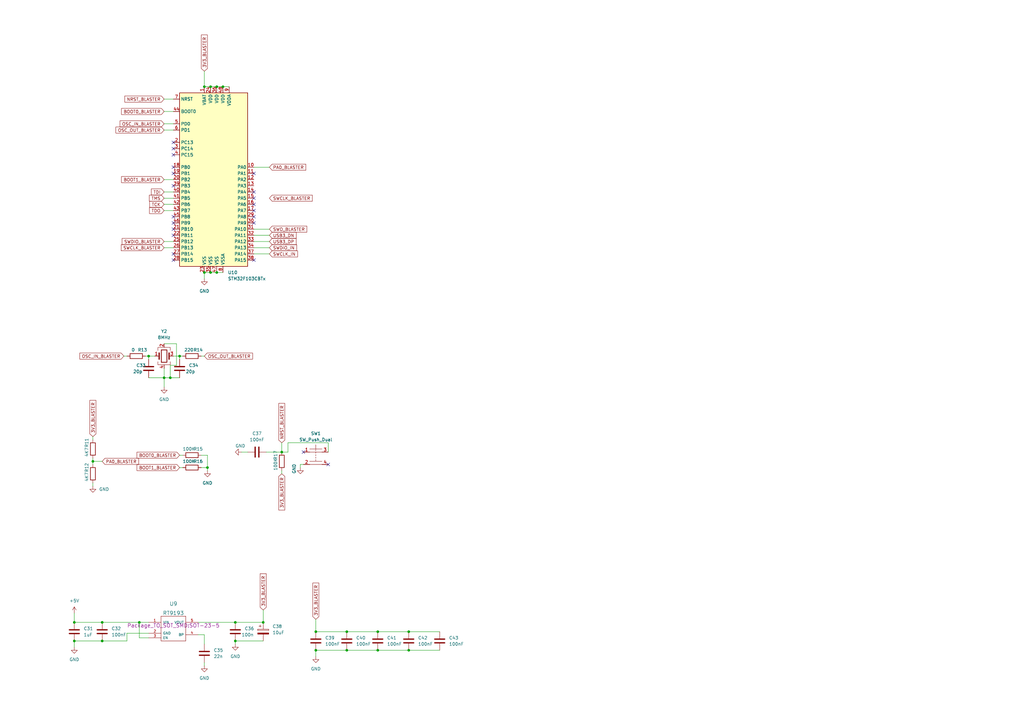
<source format=kicad_sch>
(kicad_sch (version 20211123) (generator eeschema)
  (paper "A3")
  (lib_symbols
    (symbol "Device:C" (pin_numbers hide) (pin_names (offset 0.254))
      (property "Reference" "C" (at 0.635 2.54 0))
      (property "Value" "C" (at 0.635 -2.54 0))
      (symbol "C_0_1"
        (polyline (pts (xy -2.032 -0.762) (xy 2.032 -0.762)) (stroke (width 0.508)))
        (polyline (pts (xy -2.032 0.762) (xy 2.032 0.762)) (stroke (width 0.508)))
      )
      (symbol "C_1_1"
        (pin passive line (at 0 3.81 270) (length 2.794) (name "~") (number "1"))
        (pin passive line (at 0 -3.81 90) (length 2.794) (name "~") (number "2"))
      )
    )
    (symbol "Device:C_Polarized" (pin_numbers hide) (pin_names (offset 0.254))
      (property "Reference" "C" (at 0.635 2.54 0))
      (property "Value" "C_Polarized" (at 0.635 -2.54 0))
      (symbol "C_Polarized_0_1"
        (rectangle (start -2.286 0.508) (end 2.286 1.016))
        (polyline (pts (xy -1.778 2.286) (xy -0.762 2.286)))
        (polyline (pts (xy -1.27 2.794) (xy -1.27 1.778)))
        (rectangle (start 2.286 -0.508) (end -2.286 -1.016) (fill (type outline)))
      )
      (symbol "C_Polarized_1_1"
        (pin passive line (at 0 3.81 270) (length 2.794) (name "~") (number "1"))
        (pin passive line (at 0 -3.81 90) (length 2.794) (name "~") (number "2"))
      )
    )
    (symbol "Device:Crystal_GND24" (pin_names (offset 1.016) hide)
      (property "Reference" "Y" (at 3.175 5.08 0))
      (property "Value" "Crystal_GND24" (at 3.175 3.175 0))
      (symbol "Crystal_GND24_0_1"
        (rectangle (start -1.143 2.54) (end 1.143 -2.54) (stroke (width 0.3048)))
        (polyline (pts (xy -2.54 0) (xy -2.032 0)))
        (polyline (pts (xy -2.032 -1.27) (xy -2.032 1.27)) (stroke (width 0.508)))
        (polyline (pts (xy 0 -3.81) (xy 0 -3.556)))
        (polyline (pts (xy 0 3.556) (xy 0 3.81)))
        (polyline (pts (xy 2.032 -1.27) (xy 2.032 1.27)) (stroke (width 0.508)))
        (polyline (pts (xy 2.032 0) (xy 2.54 0)))
        (polyline (pts (xy -2.54 -2.286) (xy -2.54 -3.556) (xy 2.54 -3.556) (xy 2.54 -2.286)))
        (polyline (pts (xy -2.54 2.286) (xy -2.54 3.556) (xy 2.54 3.556) (xy 2.54 2.286)))
      )
      (symbol "Crystal_GND24_1_1"
        (pin passive line (at -3.81 0 0) (length 1.27) (name "1") (number "1"))
        (pin passive line (at 0 5.08 270) (length 1.27) (name "2") (number "2"))
        (pin passive line (at 3.81 0 180) (length 1.27) (name "3") (number "3"))
        (pin passive line (at 0 -5.08 90) (length 1.27) (name "4") (number "4"))
      )
    )
    (symbol "Device:R" (pin_numbers hide) (pin_names (offset 0))
      (property "Reference" "R" (at 2.032 0 90))
      (property "Value" "R" (at 0 0 90))
      (symbol "R_0_1"
        (rectangle (start -1.016 -2.54) (end 1.016 2.54) (stroke (width 0.254)))
      )
      (symbol "R_1_1"
        (pin passive line (at 0 3.81 270) (length 1.27) (name "~") (number "1"))
        (pin passive line (at 0 -3.81 90) (length 1.27) (name "~") (number "2"))
      )
    )
    (symbol "MCU_ST_STM32F1:STM32F103CBTx"
      (property "Reference" "U" (at -15.24 36.83 0))
      (property "Value" "STM32F103CBTx" (at 7.62 36.83 0))
      (symbol "STM32F103CBTx_0_1"
        (rectangle (start -15.24 -35.56) (end 12.7 35.56) (stroke (width 0.254)) (fill (type background)))
      )
      (symbol "STM32F103CBTx_1_1"
        (pin power_in line (at -5.08 38.1 270) (length 2.54) (name "VBAT") (number "1"))
        (pin bidirectional line (at 15.24 5.08 180) (length 2.54) (name "PA0") (number "10"))
        (pin bidirectional line (at 15.24 2.54 180) (length 2.54) (name "PA1") (number "11"))
        (pin bidirectional line (at 15.24 0 180) (length 2.54) (name "PA2") (number "12"))
        (pin bidirectional line (at 15.24 -2.54 180) (length 2.54) (name "PA3") (number "13"))
        (pin bidirectional line (at 15.24 -5.08 180) (length 2.54) (name "PA4") (number "14"))
        (pin bidirectional line (at 15.24 -7.62 180) (length 2.54) (name "PA5") (number "15"))
        (pin bidirectional line (at 15.24 -10.16 180) (length 2.54) (name "PA6") (number "16"))
        (pin bidirectional line (at 15.24 -12.7 180) (length 2.54) (name "PA7") (number "17"))
        (pin bidirectional line (at -17.78 5.08 0) (length 2.54) (name "PB0") (number "18"))
        (pin bidirectional line (at -17.78 2.54 0) (length 2.54) (name "PB1") (number "19"))
        (pin bidirectional line (at -17.78 15.24 0) (length 2.54) (name "PC13") (number "2"))
        (pin bidirectional line (at -17.78 0 0) (length 2.54) (name "PB2") (number "20"))
        (pin bidirectional line (at -17.78 -20.32 0) (length 2.54) (name "PB10") (number "21"))
        (pin bidirectional line (at -17.78 -22.86 0) (length 2.54) (name "PB11") (number "22"))
        (pin power_in line (at -5.08 -38.1 90) (length 2.54) (name "VSS") (number "23"))
        (pin power_in line (at -2.54 38.1 270) (length 2.54) (name "VDD") (number "24"))
        (pin bidirectional line (at -17.78 -25.4 0) (length 2.54) (name "PB12") (number "25"))
        (pin bidirectional line (at -17.78 -27.94 0) (length 2.54) (name "PB13") (number "26"))
        (pin bidirectional line (at -17.78 -30.48 0) (length 2.54) (name "PB14") (number "27"))
        (pin bidirectional line (at -17.78 -33.02 0) (length 2.54) (name "PB15") (number "28"))
        (pin bidirectional line (at 15.24 -15.24 180) (length 2.54) (name "PA8") (number "29"))
        (pin bidirectional line (at -17.78 12.7 0) (length 2.54) (name "PC14") (number "3"))
        (pin bidirectional line (at 15.24 -17.78 180) (length 2.54) (name "PA9") (number "30"))
        (pin bidirectional line (at 15.24 -20.32 180) (length 2.54) (name "PA10") (number "31"))
        (pin bidirectional line (at 15.24 -22.86 180) (length 2.54) (name "PA11") (number "32"))
        (pin bidirectional line (at 15.24 -25.4 180) (length 2.54) (name "PA12") (number "33"))
        (pin bidirectional line (at 15.24 -27.94 180) (length 2.54) (name "PA13") (number "34"))
        (pin power_in line (at -2.54 -38.1 90) (length 2.54) (name "VSS") (number "35"))
        (pin power_in line (at 0 38.1 270) (length 2.54) (name "VDD") (number "36"))
        (pin bidirectional line (at 15.24 -30.48 180) (length 2.54) (name "PA14") (number "37"))
        (pin bidirectional line (at 15.24 -33.02 180) (length 2.54) (name "PA15") (number "38"))
        (pin bidirectional line (at -17.78 -2.54 0) (length 2.54) (name "PB3") (number "39"))
        (pin bidirectional line (at -17.78 10.16 0) (length 2.54) (name "PC15") (number "4"))
        (pin bidirectional line (at -17.78 -5.08 0) (length 2.54) (name "PB4") (number "40"))
        (pin bidirectional line (at -17.78 -7.62 0) (length 2.54) (name "PB5") (number "41"))
        (pin bidirectional line (at -17.78 -10.16 0) (length 2.54) (name "PB6") (number "42"))
        (pin bidirectional line (at -17.78 -12.7 0) (length 2.54) (name "PB7") (number "43"))
        (pin input line (at -17.78 27.94 0) (length 2.54) (name "BOOT0") (number "44"))
        (pin bidirectional line (at -17.78 -15.24 0) (length 2.54) (name "PB8") (number "45"))
        (pin bidirectional line (at -17.78 -17.78 0) (length 2.54) (name "PB9") (number "46"))
        (pin power_in line (at 0 -38.1 90) (length 2.54) (name "VSS") (number "47"))
        (pin power_in line (at 2.54 38.1 270) (length 2.54) (name "VDD") (number "48"))
        (pin input line (at -17.78 22.86 0) (length 2.54) (name "PD0") (number "5"))
        (pin input line (at -17.78 20.32 0) (length 2.54) (name "PD1") (number "6"))
        (pin input line (at -17.78 33.02 0) (length 2.54) (name "NRST") (number "7"))
        (pin power_in line (at 2.54 -38.1 90) (length 2.54) (name "VSSA") (number "8"))
        (pin power_in line (at 5.08 38.1 270) (length 2.54) (name "VDDA") (number "9"))
      )
    )
    (symbol "Switch:SW_Push_Dual_4" (pin_names (offset 1.016) hide)
      (property "Reference" "SW6" (at -3.81 16.51 90))
      (property "Value" "SW_Push_Dual_4" (at 1.27 21.59 90))
      (symbol "SW_Push_Dual_4_0_1"
        (polyline (pts (xy -2.54 -5.08) (xy 2.54 -5.08)))
        (polyline (pts (xy -2.54 0) (xy 2.54 0)))
        (polyline (pts (xy 0 -3.048) (xy 0 -3.556)))
        (polyline (pts (xy 0 -2.032) (xy 0 -2.54)))
        (polyline (pts (xy 0 -1.524) (xy 0 -1.016)))
        (polyline (pts (xy 0 -0.508) (xy 0 0)))
        (polyline (pts (xy 0 0.508) (xy 0 1.016)))
        (polyline (pts (xy 0 1.27) (xy 0 3.048)))
        (polyline (pts (xy 2.54 -3.81) (xy -2.54 -3.81)))
        (polyline (pts (xy 2.54 1.27) (xy -2.54 1.27)))
        (pin passive line (at -5.08 0 0) (length 2.54) (name "1") (number "1"))
        (pin passive line (at -5.08 -5.08 0) (length 2.54) (name "2") (number "2"))
        (pin passive line (at 5.08 0 180) (length 2.54) (name "3") (number "3"))
        (pin passive line (at 5.08 -5.08 180) (length 2.54) (name "4") (number "4"))
      )
    )
    (symbol "TX0RX0:RT9193" (pin_names (offset 0.762))
      (property "Reference" "U" (at -2.54 7.62 0))
      (property "Value" "RT9193" (at 0 5.08 0))
      (property "Datasheet" "www.richtek.com/download_ds.jsp?s=248" (at 0 0 0))
      (symbol "RT9193_0_1"
        (rectangle (start -5.08 3.81) (end 5.08 -6.35))
      )
      (symbol "RT9193_1_1"
        (pin input line (at -10.16 1.27 0) (length 5.08) (name "VIN") (number "1"))
        (pin input line (at -10.16 -3.175 0) (length 5.08) (name "GND") (number "2"))
        (pin input line (at -10.16 -5.08 0) (length 5.08) (name "EN") (number "3"))
        (pin power_out line (at 10.16 -3.81 180) (length 5.08) (name "BP") (number "4"))
        (pin power_out line (at 10.16 1.27 180) (length 5.08) (name "VOUT") (number "5"))
      )
    )
    (symbol "power:+5V" (power) (pin_names (offset 0))
      (property "Value" "+5V" (at 0 3.556 0))
      (symbol "+5V_0_1"
        (polyline (pts (xy -0.762 1.27) (xy 0 2.54)))
        (polyline (pts (xy 0 0) (xy 0 2.54)))
        (polyline (pts (xy 0 2.54) (xy 0.762 1.27)))
      )
      (symbol "+5V_1_1"
        (pin power_in line (at 0 0 90) (length 0) hide (name "+5V") (number "1"))
      )
    )
    (symbol "power:GND" (power) (pin_names (offset 0))
      (property "Value" "GND" (at 0 -3.81 0))
      (symbol "GND_0_1"
        (polyline (pts (xy 0 0) (xy 0 -1.27) (xy 1.27 -1.27) (xy 0 -2.54) (xy -1.27 -1.27) (xy 0 -1.27)))
      )
      (symbol "GND_1_1"
        (pin power_in line (at 0 0 270) (length 0) hide (name "GND") (number "1"))
      )
    )
  )
  (junction (at 154.94 259.08))
  (junction (at 30.48 262.89))
  (junction (at 86.36 35.56))
  (junction (at 142.24 259.08))
  (junction (at 38.1 189.23))
  (junction (at 85.09 191.77))
  (junction (at 129.54 266.7))
  (junction (at 88.9 111.76))
  (junction (at 96.52 255.27))
  (junction (at 88.9 35.56))
  (junction (at 83.82 111.76))
  (junction (at 86.36 111.76))
  (junction (at 83.82 35.56))
  (junction (at 142.24 266.7))
  (junction (at 41.91 262.89))
  (junction (at 57.15 255.27))
  (junction (at 69.85 154.94))
  (junction (at 41.91 255.27))
  (junction (at 60.96 146.05))
  (junction (at 30.48 255.27))
  (junction (at 154.94 266.7))
  (junction (at 107.95 255.27))
  (junction (at 167.64 259.08))
  (junction (at 67.31 154.94))
  (junction (at 129.54 259.08))
  (junction (at 115.57 185.42))
  (junction (at 96.52 262.89))
  (junction (at 91.44 35.56))
  (junction (at 167.64 266.7))
  (junction (at 73.66 146.05))
  (no_connect (at 71.12 91.44))
  (no_connect (at 71.12 104.14))
  (no_connect (at 71.12 93.98))
  (no_connect (at 104.14 91.44))
  (no_connect (at 71.12 68.58))
  (no_connect (at 71.12 58.42))
  (no_connect (at 71.12 60.96))
  (no_connect (at 104.14 106.68))
  (no_connect (at 71.12 96.52))
  (no_connect (at 104.14 88.9))
  (no_connect (at 104.14 78.74))
  (no_connect (at 71.12 76.2))
  (no_connect (at 104.14 83.82))
  (no_connect (at 71.12 88.9))
  (no_connect (at 71.12 63.5))
  (no_connect (at 71.12 106.68))
  (no_connect (at 134.62 190.5))
  (no_connect (at 104.14 81.28))
  (no_connect (at 124.46 185.42))
  (no_connect (at 71.12 71.12))
  (no_connect (at 104.14 86.36))
  (no_connect (at 104.14 71.12))
  (wire (pts (xy 67.31 40.64) (xy 71.12 40.64)))
  (wire (pts (xy 59.69 146.05) (xy 60.96 146.05)))
  (wire (pts (xy 30.48 251.46) (xy 30.48 255.27)))
  (wire (pts (xy 60.96 146.05) (xy 63.5 146.05)))
  (wire (pts (xy 104.14 104.14) (xy 110.49 104.14)))
  (wire (pts (xy 60.96 146.05) (xy 60.96 147.32)))
  (wire (pts (xy 67.31 154.94) (xy 67.31 158.75)))
  (wire (pts (xy 83.82 35.56) (xy 86.36 35.56)))
  (wire (pts (xy 129.54 266.7) (xy 142.24 266.7)))
  (wire (pts (xy 67.31 45.72) (xy 71.12 45.72)))
  (wire (pts (xy 109.22 185.42) (xy 115.57 185.42)))
  (wire (pts (xy 104.14 101.6) (xy 110.49 101.6)))
  (wire (pts (xy 96.52 255.27) (xy 107.95 255.27)))
  (wire (pts (xy 30.48 262.89) (xy 30.48 265.43)))
  (wire (pts (xy 154.94 266.7) (xy 167.64 266.7)))
  (wire (pts (xy 134.62 181.61) (xy 118.11 181.61)))
  (wire (pts (xy 30.48 262.89) (xy 41.91 262.89)))
  (wire (pts (xy 91.44 35.56) (xy 93.98 35.56)))
  (wire (pts (xy 72.39 140.97) (xy 72.39 149.86)))
  (wire (pts (xy 83.82 29.21) (xy 83.82 35.56)))
  (wire (pts (xy 104.14 99.06) (xy 110.49 99.06)))
  (wire (pts (xy 81.28 260.35) (xy 83.82 260.35)))
  (wire (pts (xy 104.14 68.58) (xy 110.49 68.58)))
  (wire (pts (xy 167.64 266.7) (xy 180.34 266.7)))
  (wire (pts (xy 57.15 255.27) (xy 57.15 261.62)))
  (wire (pts (xy 115.57 181.61) (xy 115.57 185.42)))
  (wire (pts (xy 83.82 111.76) (xy 83.82 114.3)))
  (wire (pts (xy 123.19 191.77) (xy 123.19 190.5)))
  (wire (pts (xy 67.31 154.94) (xy 69.85 154.94)))
  (wire (pts (xy 67.31 81.28) (xy 71.12 81.28)))
  (wire (pts (xy 118.11 185.42) (xy 115.57 185.42)))
  (wire (pts (xy 123.19 190.5) (xy 124.46 190.5)))
  (wire (pts (xy 88.9 111.76) (xy 91.44 111.76)))
  (wire (pts (xy 82.55 146.05) (xy 83.82 146.05)))
  (wire (pts (xy 57.15 261.62) (xy 60.96 261.62)))
  (wire (pts (xy 129.54 259.08) (xy 142.24 259.08)))
  (wire (pts (xy 38.1 187.96) (xy 38.1 189.23)))
  (wire (pts (xy 69.85 149.86) (xy 69.85 154.94)))
  (wire (pts (xy 82.55 186.69) (xy 85.09 186.69)))
  (wire (pts (xy 73.66 191.77) (xy 74.93 191.77)))
  (wire (pts (xy 60.96 259.715) (xy 52.07 259.715)))
  (wire (pts (xy 82.55 191.77) (xy 85.09 191.77)))
  (wire (pts (xy 30.48 255.27) (xy 41.91 255.27)))
  (wire (pts (xy 86.36 35.56) (xy 88.9 35.56)))
  (wire (pts (xy 115.57 193.04) (xy 115.57 194.31)))
  (wire (pts (xy 67.31 101.6) (xy 71.12 101.6)))
  (wire (pts (xy 73.66 146.05) (xy 74.93 146.05)))
  (wire (pts (xy 118.11 181.61) (xy 118.11 185.42)))
  (wire (pts (xy 52.07 259.715) (xy 52.07 262.89)))
  (wire (pts (xy 67.31 140.97) (xy 72.39 140.97)))
  (wire (pts (xy 83.82 111.76) (xy 86.36 111.76)))
  (wire (pts (xy 96.52 262.89) (xy 96.52 264.16)))
  (wire (pts (xy 104.14 93.98) (xy 110.49 93.98)))
  (wire (pts (xy 86.36 111.76) (xy 88.9 111.76)))
  (wire (pts (xy 134.62 185.42) (xy 134.62 181.61)))
  (wire (pts (xy 167.64 259.08) (xy 180.34 259.08)))
  (wire (pts (xy 41.91 255.27) (xy 57.15 255.27)))
  (wire (pts (xy 67.31 86.36) (xy 71.12 86.36)))
  (wire (pts (xy 107.95 250.19) (xy 107.95 255.27)))
  (wire (pts (xy 85.09 191.77) (xy 85.09 193.04)))
  (wire (pts (xy 154.94 259.08) (xy 167.64 259.08)))
  (wire (pts (xy 81.28 255.27) (xy 96.52 255.27)))
  (wire (pts (xy 96.52 262.89) (xy 107.95 262.89)))
  (wire (pts (xy 38.1 198.12) (xy 38.1 199.39)))
  (wire (pts (xy 104.14 96.52) (xy 110.49 96.52)))
  (wire (pts (xy 52.07 262.89) (xy 41.91 262.89)))
  (wire (pts (xy 67.31 73.66) (xy 71.12 73.66)))
  (wire (pts (xy 142.24 259.08) (xy 154.94 259.08)))
  (wire (pts (xy 67.31 151.13) (xy 67.31 154.94)))
  (wire (pts (xy 38.1 189.23) (xy 41.91 189.23)))
  (wire (pts (xy 38.1 179.07) (xy 38.1 180.34)))
  (wire (pts (xy 50.8 146.05) (xy 52.07 146.05)))
  (wire (pts (xy 57.15 255.27) (xy 60.96 255.27)))
  (wire (pts (xy 71.12 146.05) (xy 73.66 146.05)))
  (wire (pts (xy 99.06 185.42) (xy 101.6 185.42)))
  (wire (pts (xy 67.31 50.8) (xy 71.12 50.8)))
  (wire (pts (xy 69.85 154.94) (xy 73.66 154.94)))
  (wire (pts (xy 129.54 254) (xy 129.54 259.08)))
  (wire (pts (xy 85.09 186.69) (xy 85.09 191.77)))
  (wire (pts (xy 73.66 146.05) (xy 73.66 147.32)))
  (wire (pts (xy 88.9 35.56) (xy 91.44 35.56)))
  (wire (pts (xy 129.54 266.7) (xy 129.54 269.24)))
  (wire (pts (xy 73.66 186.69) (xy 74.93 186.69)))
  (wire (pts (xy 72.39 149.86) (xy 69.85 149.86)))
  (wire (pts (xy 83.82 271.78) (xy 83.82 273.05)))
  (wire (pts (xy 60.96 154.94) (xy 67.31 154.94)))
  (wire (pts (xy 67.31 99.06) (xy 71.12 99.06)))
  (wire (pts (xy 83.82 260.35) (xy 83.82 264.16)))
  (wire (pts (xy 38.1 189.23) (xy 38.1 190.5)))
  (wire (pts (xy 67.31 83.82) (xy 71.12 83.82)))
  (wire (pts (xy 142.24 266.7) (xy 154.94 266.7)))
  (wire (pts (xy 67.31 78.74) (xy 71.12 78.74)))
  (wire (pts (xy 67.31 53.34) (xy 71.12 53.34)))
  (global_label "USB3_DN" (shape input) (at 110.49 96.52 0) (property "Intersheet References" "${INTERSHEET_REFS}" (effects hide)))
  (global_label "3V3_BLASTER" (shape input) (at 83.82 29.21 90) (property "Intersheet References" "${INTERSHEET_REFS}" (effects hide)))
  (global_label "OSC_IN_BLASTER" (shape input) (at 50.8 146.05 180) (property "Intersheet References" "${INTERSHEET_REFS}" (effects hide)))
  (global_label "OSC_IN_BLASTER" (shape input) (at 67.31 50.8 180) (property "Intersheet References" "${INTERSHEET_REFS}" (effects hide)))
  (global_label "BOOT1_BLASTER" (shape input) (at 67.31 73.66 180) (property "Intersheet References" "${INTERSHEET_REFS}" (effects hide)))
  (global_label "SWDIO_IN" (shape input) (at 110.49 101.6 0) (property "Intersheet References" "${INTERSHEET_REFS}" (effects hide)))
  (global_label "BOOT1_BLASTER" (shape input) (at 73.66 191.77 180) (property "Intersheet References" "${INTERSHEET_REFS}" (effects hide)))
  (global_label "SWCLK_BLASTER" (shape input) (at 110.49 81.28 0) (property "Intersheet References" "${INTERSHEET_REFS}" (effects hide)))
  (global_label "BOOT0_BLASTER" (shape input) (at 67.31 45.72 180) (property "Intersheet References" "${INTERSHEET_REFS}" (effects hide)))
  (global_label "BOOT0_BLASTER" (shape input) (at 73.66 186.69 180) (property "Intersheet References" "${INTERSHEET_REFS}" (effects hide)))
  (global_label "TMS" (shape input) (at 67.31 81.28 180) (property "Intersheet References" "${INTERSHEET_REFS}" (effects hide)))
  (global_label "TDO" (shape input) (at 67.31 86.36 180) (property "Intersheet References" "${INTERSHEET_REFS}" (effects hide)))
  (global_label "SWDIO_BLASTER" (shape input) (at 67.31 99.06 180) (property "Intersheet References" "${INTERSHEET_REFS}" (effects hide)))
  (global_label "TDI" (shape input) (at 67.31 78.74 180) (property "Intersheet References" "${INTERSHEET_REFS}" (effects hide)))
  (global_label "PA0_BLASTER" (shape input) (at 41.91 189.23 0) (property "Intersheet References" "${INTERSHEET_REFS}" (effects hide)))
  (global_label "SWCLK_BLASTER" (shape input) (at 67.31 101.6 180) (property "Intersheet References" "${INTERSHEET_REFS}" (effects hide)))
  (global_label "SWCLK_IN" (shape input) (at 110.49 104.14 0) (property "Intersheet References" "${INTERSHEET_REFS}" (effects hide)))
  (global_label "SWO_BLASTER" (shape input) (at 110.49 93.98 0) (property "Intersheet References" "${INTERSHEET_REFS}" (effects hide)))
  (global_label "NRST_BLASTER" (shape input) (at 67.31 40.64 180) (property "Intersheet References" "${INTERSHEET_REFS}" (effects hide)))
  (global_label "TCK" (shape input) (at 67.31 83.82 180) (property "Intersheet References" "${INTERSHEET_REFS}" (effects hide)))
  (global_label "PA0_BLASTER" (shape input) (at 110.49 68.58 0) (property "Intersheet References" "${INTERSHEET_REFS}" (effects hide)))
  (global_label "3V3_BLASTER" (shape input) (at 38.1 179.07 90) (property "Intersheet References" "${INTERSHEET_REFS}" (effects hide)))
  (global_label "OSC_OUT_BLASTER" (shape input) (at 67.31 53.34 180) (property "Intersheet References" "${INTERSHEET_REFS}" (effects hide)))
  (global_label "NRST_BLASTER" (shape input) (at 115.57 181.61 90) (property "Intersheet References" "${INTERSHEET_REFS}" (effects hide)))
  (global_label "3V3_BLASTER" (shape input) (at 129.54 254 90) (property "Intersheet References" "${INTERSHEET_REFS}" (effects hide)))
  (global_label "3V3_BLASTER" (shape input) (at 107.95 250.19 90) (property "Intersheet References" "${INTERSHEET_REFS}" (effects hide)))
  (global_label "3V3_BLASTER" (shape input) (at 115.57 194.31 270) (property "Intersheet References" "${INTERSHEET_REFS}" (effects hide)))
  (global_label "OSC_OUT_BLASTER" (shape input) (at 83.82 146.05 0) (property "Intersheet References" "${INTERSHEET_REFS}" (effects hide)))
  (global_label "USB3_DP" (shape input) (at 110.49 99.06 0) (property "Intersheet References" "${INTERSHEET_REFS}" (effects hide)))
  (symbol (lib_id "Device:C") (at 83.82 267.97 0) (unit 1)
    (property "Reference" "C35" (at 87.63 266.6999 0) (effects (justify left)))
    (property "Value" "22n" (at 87.63 269.2399 0) (effects (justify left)))
    (property "Footprint" "Capacitor_SMD:C_0805_2012Metric_Pad1.18x1.45mm_HandSolder" (effects hide))
  )
  (symbol (lib_id "power:GND") (at 67.31 158.75 0) (unit 1)
    (property "Reference" "#PWR034" (effects hide))
    (property "Value" "GND" (at 67.31 163.83 0))
  )
  (symbol (lib_id "power:GND") (at 83.82 273.05 0) (unit 1)
    (property "Reference" "#PWR036" (effects hide))
    (property "Value" "GND" (at 83.82 278.13 0))
  )
  (symbol (lib_id "Device:C") (at 73.66 151.13 0) (unit 1)
    (property "Reference" "C34" (at 77.47 149.86 0) (effects (justify left)))
    (property "Value" "20p" (at 76.2 152.4 0) (effects (justify left)))
    (property "Footprint" "Capacitor_SMD:C_0603_1608Metric_Pad1.08x0.95mm_HandSolder" (effects hide))
  )
  (symbol (lib_id "Device:C") (at 180.34 262.89 0) (unit 1)
    (property "Reference" "C43" (at 184.15 261.6199 0) (effects (justify left)))
    (property "Value" "100nF" (at 184.15 264.1599 0) (effects (justify left)))
    (property "Footprint" "Capacitor_SMD:C_0603_1608Metric_Pad1.08x0.95mm_HandSolder" (effects hide))
  )
  (symbol (lib_id "Device:R") (at 78.74 146.05 90) (unit 1)
    (property "Reference" "R14" (at 81.28 143.51 90))
    (property "Value" "220" (at 77.47 143.51 90))
    (property "Footprint" "Resistor_SMD:R_0603_1608Metric_Pad0.98x0.95mm_HandSolder" (effects hide))
  )
  (symbol (lib_id "Device:C") (at 30.48 259.08 0) (unit 1)
    (property "Reference" "C31" (at 34.29 257.8099 0) (effects (justify left)))
    (property "Value" "1uF" (at 34.29 260.3499 0) (effects (justify left)))
    (property "Footprint" "Capacitor_SMD:C_0805_2012Metric_Pad1.18x1.45mm_HandSolder" (effects hide))
  )
  (symbol (lib_id "Device:R") (at 55.88 146.05 90) (unit 1)
    (property "Reference" "R13" (at 58.42 143.51 90))
    (property "Value" "0" (at 54.61 143.51 90))
    (property "Footprint" "Resistor_SMD:R_0603_1608Metric_Pad0.98x0.95mm_HandSolder" (effects hide))
  )
  (symbol (lib_id "power:GND") (at 30.48 265.43 0) (unit 1)
    (property "Reference" "#PWR032" (effects hide))
    (property "Value" "GND" (at 30.48 270.51 0))
  )
  (symbol (lib_id "power:GND") (at 38.1 199.39 0) (unit 1)
    (property "Reference" "#PWR033" (effects hide))
    (property "Value" "GND" (at 40.64 200.6599 0) (effects (justify left)))
  )
  (symbol (lib_id "MCU_ST_STM32F1:STM32F103CBTx") (at 88.9 73.66 0) (unit 1)
    (property "Reference" "U10" (at 93.4594 111.76 0) (effects (justify left)))
    (property "Value" "STM32F103CBTx" (at 93.4594 114.3 0) (effects (justify left)))
    (property "Footprint" "Package_QFP:LQFP-48_7x7mm_P0.5mm" (effects hide))
    (property "Datasheet" "http://www.st.com/st-web-ui/static/active/en/resource/technical/document/datasheet/CD00161566.pdf" (effects hide))
  )
  (symbol (lib_id "Device:Crystal_GND24") (at 67.31 146.05 0) (unit 1)
    (property "Reference" "Y2" (at 67.31 135.89 0))
    (property "Value" "8MHz" (at 67.31 138.43 0))
    (property "Footprint" "Crystal:Crystal_SMD_3225-4Pin_3.2x2.5mm" (effects hide))
  )
  (symbol (lib_id "power:+5V") (at 30.48 251.46 0) (unit 1)
    (property "Reference" "#PWR031" (effects hide))
    (property "Value" "+5V" (at 30.48 246.38 0))
  )
  (symbol (lib_id "Device:C") (at 105.41 185.42 90) (unit 1)
    (property "Reference" "C37" (at 105.41 177.8 90))
    (property "Value" "100nF" (at 105.41 180.34 90))
    (property "Footprint" "Capacitor_SMD:C_0603_1608Metric_Pad1.08x0.95mm_HandSolder" (effects hide))
  )
  (symbol (lib_id "power:GND") (at 85.09 193.04 0) (unit 1)
    (property "Reference" "#PWR037" (effects hide))
    (property "Value" "GND" (at 85.09 198.12 0))
  )
  (symbol (lib_id "Switch:SW_Push_Dual_4") (at 129.54 185.42 0) (unit 1)
    (property "Reference" "SW1" (at 129.54 177.8 0))
    (property "Value" "SW_Push_Dual" (at 129.54 180.34 0))
    (property "Footprint" "Button_Switch_SMD:SW_Push_1P2T_NO_6x6mm_H9.5mm" (effects hide))
  )
  (symbol (lib_id "Device:C") (at 60.96 151.13 0) (unit 1)
    (property "Reference" "C33" (at 55.88 149.86 0) (effects (justify left)))
    (property "Value" "20p" (at 54.61 152.4 0) (effects (justify left)))
    (property "Footprint" "Capacitor_SMD:C_0603_1608Metric_Pad1.08x0.95mm_HandSolder" (effects hide))
  )
  (symbol (lib_id "power:GND") (at 129.54 269.24 0) (unit 1)
    (property "Reference" "#PWR041" (effects hide))
    (property "Value" "GND" (at 129.54 274.32 0))
  )
  (symbol (lib_id "Device:C") (at 96.52 259.08 0) (unit 1)
    (property "Reference" "C36" (at 100.33 257.8099 0) (effects (justify left)))
    (property "Value" "100n" (at 99.06 260.35 0) (effects (justify left)))
    (property "Footprint" "Capacitor_SMD:C_0805_2012Metric_Pad1.18x1.45mm_HandSolder" (effects hide))
  )
  (symbol (lib_id "Device:R") (at 78.74 186.69 90) (unit 1)
    (property "Reference" "R15" (at 81.28 184.15 90))
    (property "Value" "100K" (at 77.47 184.15 90))
    (property "Footprint" "Resistor_SMD:R_0603_1608Metric_Pad0.98x0.95mm_HandSolder" (effects hide))
  )
  (symbol (lib_id "Device:R") (at 38.1 184.15 180) (unit 1)
    (property "Reference" "R11" (at 35.56 181.61 90))
    (property "Value" "4K7" (at 35.56 185.42 90))
    (property "Footprint" "Resistor_SMD:R_0603_1608Metric_Pad0.98x0.95mm_HandSolder" (effects hide))
  )
  (symbol (lib_id "Device:R") (at 38.1 194.31 180) (unit 1)
    (property "Reference" "R12" (at 35.56 191.77 90))
    (property "Value" "4K7" (at 35.56 195.58 90))
    (property "Footprint" "Resistor_SMD:R_0603_1608Metric_Pad0.98x0.95mm_HandSolder" (effects hide))
  )
  (symbol (lib_id "Device:C") (at 167.64 262.89 0) (unit 1)
    (property "Reference" "C42" (at 171.45 261.6199 0) (effects (justify left)))
    (property "Value" "100nF" (at 171.45 264.1599 0) (effects (justify left)))
    (property "Footprint" "Capacitor_SMD:C_0603_1608Metric_Pad1.08x0.95mm_HandSolder" (effects hide))
  )
  (symbol (lib_id "Device:C") (at 129.54 262.89 0) (unit 1)
    (property "Reference" "C39" (at 133.35 261.6199 0) (effects (justify left)))
    (property "Value" "100nF" (at 133.35 264.1599 0) (effects (justify left)))
    (property "Footprint" "Capacitor_SMD:C_0603_1608Metric_Pad1.08x0.95mm_HandSolder" (effects hide))
  )
  (symbol (lib_id "power:GND") (at 96.52 264.16 0) (unit 1)
    (property "Reference" "#PWR038" (effects hide))
    (property "Value" "GND" (at 96.52 269.24 0))
  )
  (symbol (lib_id "Device:R") (at 115.57 189.23 180) (unit 1)
    (property "Reference" "R17" (at 113.03 186.69 90))
    (property "Value" "100K" (at 113.03 190.5 90))
    (property "Footprint" "Resistor_SMD:R_0603_1608Metric_Pad0.98x0.95mm_HandSolder" (effects hide))
  )
  (symbol (lib_id "power:GND") (at 123.19 191.77 0) (unit 1)
    (property "Reference" "#PWR040" (effects hide))
    (property "Value" "GND" (at 120.65 194.31 90) (effects (justify left)))
  )
  (symbol (lib_id "power:GND") (at 83.82 114.3 0) (unit 1)
    (property "Reference" "#PWR035" (effects hide))
    (property "Value" "GND" (at 83.82 119.38 0))
  )
  (symbol (lib_id "Device:C") (at 41.91 259.08 0) (unit 1)
    (property "Reference" "C32" (at 45.72 257.8099 0) (effects (justify left)))
    (property "Value" "100nF" (at 45.72 260.3499 0) (effects (justify left)))
    (property "Footprint" "Capacitor_SMD:C_0805_2012Metric_Pad1.18x1.45mm_HandSolder" (effects hide))
  )
  (symbol (lib_id "Device:R") (at 78.74 191.77 90) (unit 1)
    (property "Reference" "R16" (at 81.28 189.23 90))
    (property "Value" "100K" (at 77.47 189.23 90))
    (property "Footprint" "Resistor_SMD:R_0603_1608Metric_Pad0.98x0.95mm_HandSolder" (effects hide))
  )
  (symbol (lib_id "Device:C") (at 154.94 262.89 0) (unit 1)
    (property "Reference" "C41" (at 158.75 261.6199 0) (effects (justify left)))
    (property "Value" "100nF" (at 158.75 264.1599 0) (effects (justify left)))
    (property "Footprint" "Capacitor_SMD:C_0603_1608Metric_Pad1.08x0.95mm_HandSolder" (effects hide))
  )
  (symbol (lib_id "Device:C") (at 142.24 262.89 0) (unit 1)
    (property "Reference" "C40" (at 146.05 261.6199 0) (effects (justify left)))
    (property "Value" "100nF" (at 146.05 264.1599 0) (effects (justify left)))
    (property "Footprint" "Capacitor_SMD:C_0603_1608Metric_Pad1.08x0.95mm_HandSolder" (effects hide))
  )
  (symbol (lib_id "TX0RX0:RT9193") (at 71.12 256.54 0) (unit 1)
    (property "Reference" "U9" (at 71.12 247.65 0) (effects (font (size 1.524 1.524))))
    (property "Value" "RT9193" (at 71.12 251.46 0) (effects (font (size 1.524 1.524))))
    (property "Footprint" "Package_TO_SOT_SMD:SOT-23-5" (at 71.12 256.54 0) (effects (font (size 1.524 1.524))))
  )
  (symbol (lib_id "power:GND") (at 99.06 185.42 270) (unit 1)
    (property "Reference" "#PWR039" (effects hide))
    (property "Value" "GND" (at 96.52 182.88 90) (effects (justify left)))
  )
  (symbol (lib_id "Device:C_Polarized") (at 107.95 259.08 0) (unit 1)
    (property "Reference" "C38" (at 111.76 256.9209 0) (effects (justify left)))
    (property "Value" "10uF" (at 111.76 259.4609 0) (effects (justify left)))
    (property "Footprint" "Capacitor_Tantalum_SMD:CP_EIA-1608-08_AVX-J" (effects hide))
  )
)
</source>
